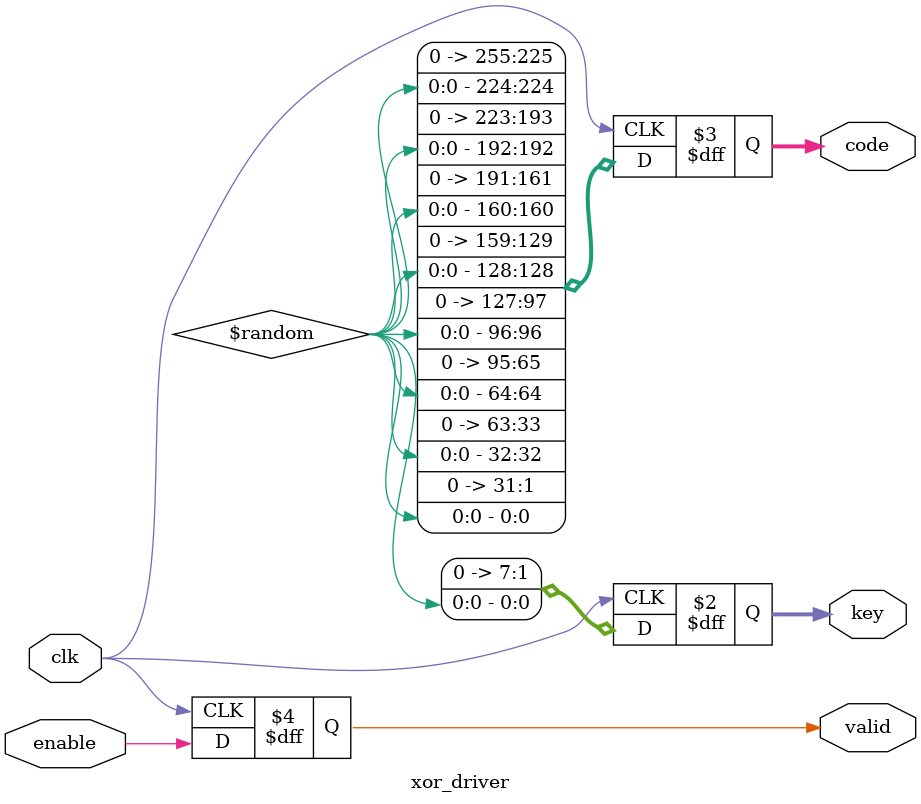
<source format=sv>
`timescale 1ns/1ps
module xor_driver(
    input logic clk,enable,
    output logic [7:0] key,
    output logic [255:0] code,
    output logic valid
);
    always_ff @(posedge clk) begin
        valid <= enable;
        key   <= $random;
        code[31:0] <= $random;
        code[63:32] <= $random;
        code[95:64] <= $random;
        code[127:96] <= $random;               
        code[159:128] <= $random;
        code[191:160] <= $random;
        code[223:192] <= $random;
        code[255:224] <= $random;

    end
endmodule
</source>
